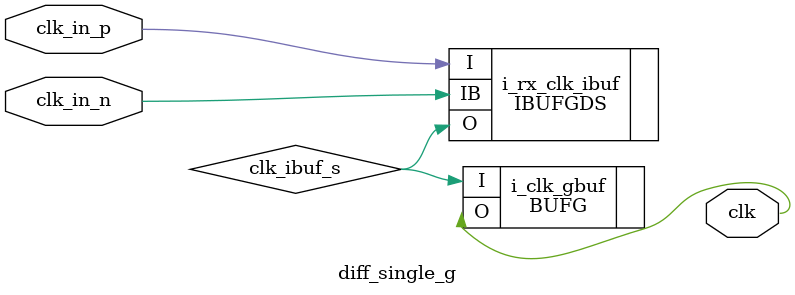
<source format=v>
`timescale 1ns / 1ps


module diff_single_g(
clk_in_p,
clk_in_n,
clk);

input clk_in_p;
input clk_in_n;
output clk;

wire clk_ibuf_s;

IBUFGDS
	#(
	.DIFF_TERM("TRUE"),
	.IBUF_LOW_PWR("TRUE"),
	.IOSTANDARD ("LVDS_18"))
		i_rx_clk_ibuf(
		.I(clk_in_p),
		.IB(clk_in_n),
		.O (clk_ibuf_s));
		
BUFG i_clk_gbuf (
.I(clk_ibuf_s),
.O(clk));

endmodule

</source>
